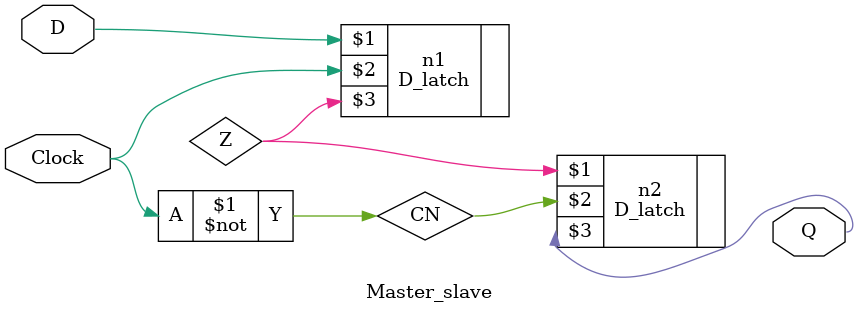
<source format=sv>
`timescale 1ns/1ns
module Master_slave(input D,input Clock,output Q);

wire Z,CN;
not #(6)(CN,Clock);
D_latch n1(D,Clock,Z);
D_latch n2(Z,CN,Q);

endmodule


</source>
